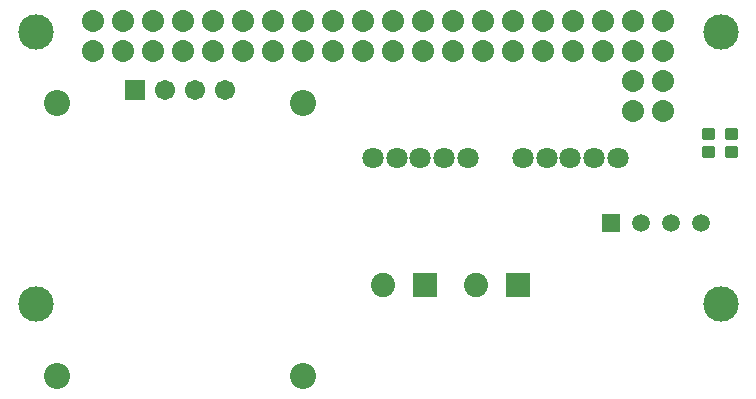
<source format=gbr>
G04 EAGLE Gerber RS-274X export*
G75*
%MOMM*%
%FSLAX34Y34*%
%LPD*%
%INSoldermask Top*%
%IPPOS*%
%AMOC8*
5,1,8,0,0,1.08239X$1,22.5*%
G01*
%ADD10R,1.711200X1.711200*%
%ADD11C,1.711200*%
%ADD12C,2.203200*%
%ADD13C,1.868200*%
%ADD14C,3.003200*%
%ADD15R,1.511200X1.511200*%
%ADD16C,1.511200*%
%ADD17C,0.425956*%
%ADD18R,2.053200X2.053200*%
%ADD19C,2.053200*%
%ADD20C,1.803200*%


D10*
X648970Y487680D03*
D11*
X674370Y487680D03*
X699770Y487680D03*
X725170Y487680D03*
D12*
X582930Y476250D03*
X791210Y476250D03*
X791210Y245110D03*
X582930Y245110D03*
D13*
X613320Y520840D03*
X613320Y546240D03*
X638720Y520840D03*
X638720Y546240D03*
X664120Y520840D03*
X664120Y546240D03*
X689520Y520840D03*
X689520Y546240D03*
X714920Y520840D03*
X714920Y546240D03*
X740320Y520840D03*
X740320Y546240D03*
X765720Y520840D03*
X765720Y546240D03*
X791120Y520840D03*
X791120Y546240D03*
X816520Y520840D03*
X816520Y546240D03*
X841920Y520840D03*
X841920Y546240D03*
X867320Y520840D03*
X867320Y546240D03*
X892720Y520840D03*
X892720Y546240D03*
X918120Y520840D03*
X918120Y546240D03*
X943520Y520840D03*
X943520Y546240D03*
X968920Y520840D03*
X968920Y546240D03*
X994320Y520840D03*
X994320Y546240D03*
X1019720Y520840D03*
X1019720Y546240D03*
X1045120Y520840D03*
X1045120Y546240D03*
X1070520Y520840D03*
X1070520Y546240D03*
X1095920Y520840D03*
X1095920Y546240D03*
X1095920Y495440D03*
X1070520Y495440D03*
X1070520Y470040D03*
X1095920Y470040D03*
D14*
X564620Y536640D03*
X564620Y306640D03*
X1144620Y306640D03*
X1144620Y536640D03*
D15*
X1051560Y374650D03*
D16*
X1076960Y374650D03*
X1102360Y374650D03*
X1127760Y374650D03*
D17*
X1137441Y432279D02*
X1137441Y438941D01*
X1137441Y432279D02*
X1130779Y432279D01*
X1130779Y438941D01*
X1137441Y438941D01*
X1137441Y436326D02*
X1130779Y436326D01*
X1137441Y447519D02*
X1137441Y454181D01*
X1137441Y447519D02*
X1130779Y447519D01*
X1130779Y454181D01*
X1137441Y454181D01*
X1137441Y451566D02*
X1130779Y451566D01*
X1149829Y454181D02*
X1149829Y447519D01*
X1149829Y454181D02*
X1156491Y454181D01*
X1156491Y447519D01*
X1149829Y447519D01*
X1149829Y451566D02*
X1156491Y451566D01*
X1149829Y438941D02*
X1149829Y432279D01*
X1149829Y438941D02*
X1156491Y438941D01*
X1156491Y432279D01*
X1149829Y432279D01*
X1149829Y436326D02*
X1156491Y436326D01*
D18*
X893800Y322580D03*
D19*
X858800Y322580D03*
D18*
X972540Y322580D03*
D19*
X937540Y322580D03*
D20*
X850270Y429790D03*
X870270Y429790D03*
X890270Y429790D03*
X910270Y429790D03*
X930270Y429790D03*
X977270Y429790D03*
X997270Y429790D03*
X1017270Y429790D03*
X1037270Y429790D03*
X1057270Y429790D03*
M02*

</source>
